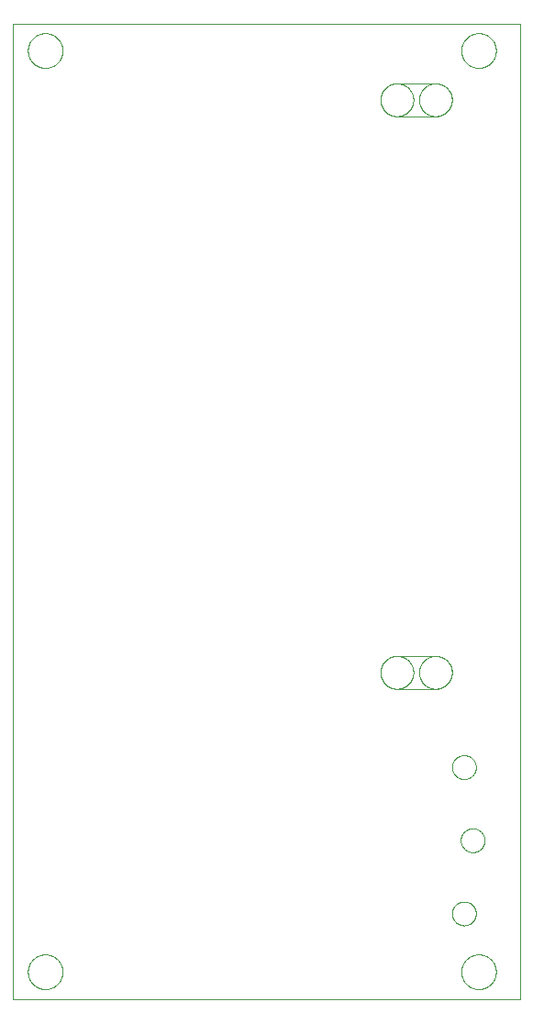
<source format=gtp>
G75*
%MOIN*%
%OFA0B0*%
%FSLAX25Y25*%
%IPPOS*%
%LPD*%
%AMOC8*
5,1,8,0,0,1.08239X$1,22.5*
%
%ADD10C,0.00000*%
%ADD11C,0.00009*%
D10*
X0001984Y0001000D02*
X0001984Y0355331D01*
X0186472Y0355331D01*
X0186472Y0001000D01*
X0001984Y0001000D01*
X0007496Y0011118D02*
X0007498Y0011276D01*
X0007504Y0011434D01*
X0007514Y0011592D01*
X0007528Y0011750D01*
X0007546Y0011907D01*
X0007567Y0012064D01*
X0007593Y0012220D01*
X0007623Y0012376D01*
X0007656Y0012531D01*
X0007694Y0012684D01*
X0007735Y0012837D01*
X0007780Y0012989D01*
X0007829Y0013140D01*
X0007882Y0013289D01*
X0007938Y0013437D01*
X0007998Y0013583D01*
X0008062Y0013728D01*
X0008130Y0013871D01*
X0008201Y0014013D01*
X0008275Y0014153D01*
X0008353Y0014290D01*
X0008435Y0014426D01*
X0008519Y0014560D01*
X0008608Y0014691D01*
X0008699Y0014820D01*
X0008794Y0014947D01*
X0008891Y0015072D01*
X0008992Y0015194D01*
X0009096Y0015313D01*
X0009203Y0015430D01*
X0009313Y0015544D01*
X0009426Y0015655D01*
X0009541Y0015764D01*
X0009659Y0015869D01*
X0009780Y0015971D01*
X0009903Y0016071D01*
X0010029Y0016167D01*
X0010157Y0016260D01*
X0010287Y0016350D01*
X0010420Y0016436D01*
X0010555Y0016520D01*
X0010691Y0016599D01*
X0010830Y0016676D01*
X0010971Y0016748D01*
X0011113Y0016818D01*
X0011257Y0016883D01*
X0011403Y0016945D01*
X0011550Y0017003D01*
X0011699Y0017058D01*
X0011849Y0017109D01*
X0012000Y0017156D01*
X0012152Y0017199D01*
X0012305Y0017238D01*
X0012460Y0017274D01*
X0012615Y0017305D01*
X0012771Y0017333D01*
X0012927Y0017357D01*
X0013084Y0017377D01*
X0013242Y0017393D01*
X0013399Y0017405D01*
X0013558Y0017413D01*
X0013716Y0017417D01*
X0013874Y0017417D01*
X0014032Y0017413D01*
X0014191Y0017405D01*
X0014348Y0017393D01*
X0014506Y0017377D01*
X0014663Y0017357D01*
X0014819Y0017333D01*
X0014975Y0017305D01*
X0015130Y0017274D01*
X0015285Y0017238D01*
X0015438Y0017199D01*
X0015590Y0017156D01*
X0015741Y0017109D01*
X0015891Y0017058D01*
X0016040Y0017003D01*
X0016187Y0016945D01*
X0016333Y0016883D01*
X0016477Y0016818D01*
X0016619Y0016748D01*
X0016760Y0016676D01*
X0016899Y0016599D01*
X0017035Y0016520D01*
X0017170Y0016436D01*
X0017303Y0016350D01*
X0017433Y0016260D01*
X0017561Y0016167D01*
X0017687Y0016071D01*
X0017810Y0015971D01*
X0017931Y0015869D01*
X0018049Y0015764D01*
X0018164Y0015655D01*
X0018277Y0015544D01*
X0018387Y0015430D01*
X0018494Y0015313D01*
X0018598Y0015194D01*
X0018699Y0015072D01*
X0018796Y0014947D01*
X0018891Y0014820D01*
X0018982Y0014691D01*
X0019071Y0014560D01*
X0019155Y0014426D01*
X0019237Y0014290D01*
X0019315Y0014153D01*
X0019389Y0014013D01*
X0019460Y0013871D01*
X0019528Y0013728D01*
X0019592Y0013583D01*
X0019652Y0013437D01*
X0019708Y0013289D01*
X0019761Y0013140D01*
X0019810Y0012989D01*
X0019855Y0012837D01*
X0019896Y0012684D01*
X0019934Y0012531D01*
X0019967Y0012376D01*
X0019997Y0012220D01*
X0020023Y0012064D01*
X0020044Y0011907D01*
X0020062Y0011750D01*
X0020076Y0011592D01*
X0020086Y0011434D01*
X0020092Y0011276D01*
X0020094Y0011118D01*
X0020092Y0010960D01*
X0020086Y0010802D01*
X0020076Y0010644D01*
X0020062Y0010486D01*
X0020044Y0010329D01*
X0020023Y0010172D01*
X0019997Y0010016D01*
X0019967Y0009860D01*
X0019934Y0009705D01*
X0019896Y0009552D01*
X0019855Y0009399D01*
X0019810Y0009247D01*
X0019761Y0009096D01*
X0019708Y0008947D01*
X0019652Y0008799D01*
X0019592Y0008653D01*
X0019528Y0008508D01*
X0019460Y0008365D01*
X0019389Y0008223D01*
X0019315Y0008083D01*
X0019237Y0007946D01*
X0019155Y0007810D01*
X0019071Y0007676D01*
X0018982Y0007545D01*
X0018891Y0007416D01*
X0018796Y0007289D01*
X0018699Y0007164D01*
X0018598Y0007042D01*
X0018494Y0006923D01*
X0018387Y0006806D01*
X0018277Y0006692D01*
X0018164Y0006581D01*
X0018049Y0006472D01*
X0017931Y0006367D01*
X0017810Y0006265D01*
X0017687Y0006165D01*
X0017561Y0006069D01*
X0017433Y0005976D01*
X0017303Y0005886D01*
X0017170Y0005800D01*
X0017035Y0005716D01*
X0016899Y0005637D01*
X0016760Y0005560D01*
X0016619Y0005488D01*
X0016477Y0005418D01*
X0016333Y0005353D01*
X0016187Y0005291D01*
X0016040Y0005233D01*
X0015891Y0005178D01*
X0015741Y0005127D01*
X0015590Y0005080D01*
X0015438Y0005037D01*
X0015285Y0004998D01*
X0015130Y0004962D01*
X0014975Y0004931D01*
X0014819Y0004903D01*
X0014663Y0004879D01*
X0014506Y0004859D01*
X0014348Y0004843D01*
X0014191Y0004831D01*
X0014032Y0004823D01*
X0013874Y0004819D01*
X0013716Y0004819D01*
X0013558Y0004823D01*
X0013399Y0004831D01*
X0013242Y0004843D01*
X0013084Y0004859D01*
X0012927Y0004879D01*
X0012771Y0004903D01*
X0012615Y0004931D01*
X0012460Y0004962D01*
X0012305Y0004998D01*
X0012152Y0005037D01*
X0012000Y0005080D01*
X0011849Y0005127D01*
X0011699Y0005178D01*
X0011550Y0005233D01*
X0011403Y0005291D01*
X0011257Y0005353D01*
X0011113Y0005418D01*
X0010971Y0005488D01*
X0010830Y0005560D01*
X0010691Y0005637D01*
X0010555Y0005716D01*
X0010420Y0005800D01*
X0010287Y0005886D01*
X0010157Y0005976D01*
X0010029Y0006069D01*
X0009903Y0006165D01*
X0009780Y0006265D01*
X0009659Y0006367D01*
X0009541Y0006472D01*
X0009426Y0006581D01*
X0009313Y0006692D01*
X0009203Y0006806D01*
X0009096Y0006923D01*
X0008992Y0007042D01*
X0008891Y0007164D01*
X0008794Y0007289D01*
X0008699Y0007416D01*
X0008608Y0007545D01*
X0008519Y0007676D01*
X0008435Y0007810D01*
X0008353Y0007946D01*
X0008275Y0008083D01*
X0008201Y0008223D01*
X0008130Y0008365D01*
X0008062Y0008508D01*
X0007998Y0008653D01*
X0007938Y0008799D01*
X0007882Y0008947D01*
X0007829Y0009096D01*
X0007780Y0009247D01*
X0007735Y0009399D01*
X0007694Y0009552D01*
X0007656Y0009705D01*
X0007623Y0009860D01*
X0007593Y0010016D01*
X0007567Y0010172D01*
X0007546Y0010329D01*
X0007528Y0010486D01*
X0007514Y0010644D01*
X0007504Y0010802D01*
X0007498Y0010960D01*
X0007496Y0011118D01*
X0135664Y0119874D02*
X0135666Y0120028D01*
X0135672Y0120182D01*
X0135682Y0120335D01*
X0135696Y0120488D01*
X0135714Y0120641D01*
X0135735Y0120793D01*
X0135761Y0120945D01*
X0135791Y0121096D01*
X0135824Y0121246D01*
X0135862Y0121395D01*
X0135903Y0121544D01*
X0135948Y0121691D01*
X0135997Y0121837D01*
X0136050Y0121981D01*
X0136106Y0122124D01*
X0136166Y0122266D01*
X0136230Y0122406D01*
X0136297Y0122544D01*
X0136368Y0122681D01*
X0136442Y0122816D01*
X0136520Y0122948D01*
X0136601Y0123079D01*
X0136686Y0123208D01*
X0136773Y0123334D01*
X0136864Y0123458D01*
X0136959Y0123579D01*
X0137056Y0123699D01*
X0137156Y0123815D01*
X0137260Y0123929D01*
X0137366Y0124040D01*
X0137475Y0124149D01*
X0137587Y0124254D01*
X0137702Y0124357D01*
X0137819Y0124457D01*
X0137939Y0124553D01*
X0138061Y0124647D01*
X0138185Y0124737D01*
X0138312Y0124824D01*
X0138441Y0124908D01*
X0138573Y0124988D01*
X0138706Y0125065D01*
X0138841Y0125138D01*
X0138978Y0125208D01*
X0139117Y0125275D01*
X0139257Y0125337D01*
X0139399Y0125396D01*
X0139543Y0125452D01*
X0139688Y0125504D01*
X0139834Y0125551D01*
X0139981Y0125596D01*
X0140130Y0125636D01*
X0140279Y0125672D01*
X0140430Y0125705D01*
X0140581Y0125734D01*
X0140733Y0125758D01*
X0140885Y0125779D01*
X0141038Y0125796D01*
X0141191Y0125809D01*
X0141345Y0125818D01*
X0141499Y0125823D01*
X0141652Y0125824D01*
X0141806Y0125821D01*
X0141960Y0125814D01*
X0142113Y0125803D01*
X0142267Y0125788D01*
X0142419Y0125769D01*
X0142571Y0125746D01*
X0142723Y0125720D01*
X0142874Y0125689D01*
X0143024Y0125655D01*
X0143173Y0125616D01*
X0143320Y0125574D01*
X0143467Y0125528D01*
X0143613Y0125478D01*
X0143757Y0125425D01*
X0143900Y0125367D01*
X0144041Y0125306D01*
X0144181Y0125242D01*
X0144319Y0125174D01*
X0144455Y0125102D01*
X0144589Y0125027D01*
X0144721Y0124948D01*
X0144851Y0124866D01*
X0144979Y0124781D01*
X0145105Y0124692D01*
X0145228Y0124600D01*
X0145349Y0124505D01*
X0145468Y0124407D01*
X0145584Y0124306D01*
X0145697Y0124202D01*
X0145808Y0124095D01*
X0145915Y0123985D01*
X0146020Y0123872D01*
X0146122Y0123757D01*
X0146221Y0123639D01*
X0146317Y0123519D01*
X0146410Y0123396D01*
X0146499Y0123271D01*
X0146585Y0123144D01*
X0146668Y0123014D01*
X0146748Y0122882D01*
X0146824Y0122749D01*
X0146896Y0122613D01*
X0146965Y0122475D01*
X0147031Y0122336D01*
X0147093Y0122195D01*
X0147151Y0122053D01*
X0147205Y0121909D01*
X0147256Y0121764D01*
X0147303Y0121617D01*
X0147346Y0121470D01*
X0147385Y0121321D01*
X0147421Y0121171D01*
X0147452Y0121021D01*
X0147480Y0120869D01*
X0147504Y0120717D01*
X0147524Y0120565D01*
X0147540Y0120412D01*
X0147552Y0120258D01*
X0147560Y0120105D01*
X0147564Y0119951D01*
X0147564Y0119797D01*
X0147560Y0119643D01*
X0147552Y0119490D01*
X0147540Y0119336D01*
X0147524Y0119183D01*
X0147504Y0119031D01*
X0147480Y0118879D01*
X0147452Y0118727D01*
X0147421Y0118577D01*
X0147385Y0118427D01*
X0147346Y0118278D01*
X0147303Y0118131D01*
X0147256Y0117984D01*
X0147205Y0117839D01*
X0147151Y0117695D01*
X0147093Y0117553D01*
X0147031Y0117412D01*
X0146965Y0117273D01*
X0146896Y0117135D01*
X0146824Y0116999D01*
X0146748Y0116866D01*
X0146668Y0116734D01*
X0146585Y0116604D01*
X0146499Y0116477D01*
X0146410Y0116352D01*
X0146317Y0116229D01*
X0146221Y0116109D01*
X0146122Y0115991D01*
X0146020Y0115876D01*
X0145915Y0115763D01*
X0145808Y0115653D01*
X0145697Y0115546D01*
X0145584Y0115442D01*
X0145468Y0115341D01*
X0145349Y0115243D01*
X0145228Y0115148D01*
X0145105Y0115056D01*
X0144979Y0114967D01*
X0144851Y0114882D01*
X0144721Y0114800D01*
X0144589Y0114721D01*
X0144455Y0114646D01*
X0144319Y0114574D01*
X0144181Y0114506D01*
X0144041Y0114442D01*
X0143900Y0114381D01*
X0143757Y0114323D01*
X0143613Y0114270D01*
X0143467Y0114220D01*
X0143320Y0114174D01*
X0143173Y0114132D01*
X0143024Y0114093D01*
X0142874Y0114059D01*
X0142723Y0114028D01*
X0142571Y0114002D01*
X0142419Y0113979D01*
X0142267Y0113960D01*
X0142113Y0113945D01*
X0141960Y0113934D01*
X0141806Y0113927D01*
X0141652Y0113924D01*
X0141499Y0113925D01*
X0141345Y0113930D01*
X0141191Y0113939D01*
X0141038Y0113952D01*
X0140885Y0113969D01*
X0140733Y0113990D01*
X0140581Y0114014D01*
X0140430Y0114043D01*
X0140279Y0114076D01*
X0140130Y0114112D01*
X0139981Y0114152D01*
X0139834Y0114197D01*
X0139688Y0114244D01*
X0139543Y0114296D01*
X0139399Y0114352D01*
X0139257Y0114411D01*
X0139117Y0114473D01*
X0138978Y0114540D01*
X0138841Y0114610D01*
X0138706Y0114683D01*
X0138573Y0114760D01*
X0138441Y0114840D01*
X0138312Y0114924D01*
X0138185Y0115011D01*
X0138061Y0115101D01*
X0137939Y0115195D01*
X0137819Y0115291D01*
X0137702Y0115391D01*
X0137587Y0115494D01*
X0137475Y0115599D01*
X0137366Y0115708D01*
X0137260Y0115819D01*
X0137156Y0115933D01*
X0137056Y0116049D01*
X0136959Y0116169D01*
X0136864Y0116290D01*
X0136773Y0116414D01*
X0136686Y0116540D01*
X0136601Y0116669D01*
X0136520Y0116800D01*
X0136442Y0116932D01*
X0136368Y0117067D01*
X0136297Y0117204D01*
X0136230Y0117342D01*
X0136166Y0117482D01*
X0136106Y0117624D01*
X0136050Y0117767D01*
X0135997Y0117911D01*
X0135948Y0118057D01*
X0135903Y0118204D01*
X0135862Y0118353D01*
X0135824Y0118502D01*
X0135791Y0118652D01*
X0135761Y0118803D01*
X0135735Y0118955D01*
X0135714Y0119107D01*
X0135696Y0119260D01*
X0135682Y0119413D01*
X0135672Y0119566D01*
X0135666Y0119720D01*
X0135664Y0119874D01*
X0141614Y0125874D02*
X0141461Y0125872D01*
X0141308Y0125866D01*
X0141155Y0125856D01*
X0141002Y0125843D01*
X0140850Y0125825D01*
X0140698Y0125804D01*
X0140547Y0125778D01*
X0140397Y0125749D01*
X0140247Y0125716D01*
X0140098Y0125679D01*
X0139950Y0125639D01*
X0139804Y0125594D01*
X0139658Y0125546D01*
X0139514Y0125494D01*
X0139371Y0125439D01*
X0139230Y0125380D01*
X0139090Y0125317D01*
X0138952Y0125251D01*
X0138815Y0125181D01*
X0138681Y0125108D01*
X0138548Y0125031D01*
X0138417Y0124951D01*
X0138289Y0124868D01*
X0138162Y0124782D01*
X0138038Y0124692D01*
X0137916Y0124599D01*
X0137797Y0124503D01*
X0137680Y0124404D01*
X0137565Y0124302D01*
X0137453Y0124197D01*
X0137344Y0124089D01*
X0137238Y0123979D01*
X0137135Y0123866D01*
X0137034Y0123750D01*
X0136937Y0123632D01*
X0136842Y0123511D01*
X0136751Y0123388D01*
X0136663Y0123263D01*
X0136578Y0123135D01*
X0136496Y0123006D01*
X0136418Y0122874D01*
X0136343Y0122740D01*
X0136271Y0122605D01*
X0136203Y0122467D01*
X0136139Y0122328D01*
X0136078Y0122188D01*
X0136021Y0122046D01*
X0135967Y0121902D01*
X0135917Y0121757D01*
X0135871Y0121611D01*
X0135828Y0121464D01*
X0135790Y0121316D01*
X0135755Y0121166D01*
X0135724Y0121016D01*
X0135696Y0120866D01*
X0135673Y0120714D01*
X0135654Y0120562D01*
X0135638Y0120410D01*
X0135626Y0120257D01*
X0135618Y0120104D01*
X0135614Y0119951D01*
X0135614Y0119797D01*
X0135618Y0119644D01*
X0135626Y0119491D01*
X0135638Y0119338D01*
X0135654Y0119186D01*
X0135673Y0119034D01*
X0135696Y0118882D01*
X0135724Y0118732D01*
X0135755Y0118582D01*
X0135790Y0118432D01*
X0135828Y0118284D01*
X0135871Y0118137D01*
X0135917Y0117991D01*
X0135967Y0117846D01*
X0136021Y0117702D01*
X0136078Y0117560D01*
X0136139Y0117420D01*
X0136203Y0117281D01*
X0136271Y0117143D01*
X0136343Y0117008D01*
X0136418Y0116874D01*
X0136496Y0116742D01*
X0136578Y0116613D01*
X0136663Y0116485D01*
X0136751Y0116360D01*
X0136842Y0116237D01*
X0136937Y0116116D01*
X0137034Y0115998D01*
X0137135Y0115882D01*
X0137238Y0115769D01*
X0137344Y0115659D01*
X0137453Y0115551D01*
X0137565Y0115446D01*
X0137680Y0115344D01*
X0137797Y0115245D01*
X0137916Y0115149D01*
X0138038Y0115056D01*
X0138162Y0114966D01*
X0138289Y0114880D01*
X0138417Y0114797D01*
X0138548Y0114717D01*
X0138681Y0114640D01*
X0138815Y0114567D01*
X0138952Y0114497D01*
X0139090Y0114431D01*
X0139230Y0114368D01*
X0139371Y0114309D01*
X0139514Y0114254D01*
X0139658Y0114202D01*
X0139804Y0114154D01*
X0139950Y0114109D01*
X0140098Y0114069D01*
X0140247Y0114032D01*
X0140397Y0113999D01*
X0140547Y0113970D01*
X0140698Y0113944D01*
X0140850Y0113923D01*
X0141002Y0113905D01*
X0141155Y0113892D01*
X0141308Y0113882D01*
X0141461Y0113876D01*
X0141614Y0113874D01*
X0149664Y0119874D02*
X0149666Y0120028D01*
X0149672Y0120182D01*
X0149682Y0120335D01*
X0149696Y0120488D01*
X0149714Y0120641D01*
X0149735Y0120793D01*
X0149761Y0120945D01*
X0149791Y0121096D01*
X0149824Y0121246D01*
X0149862Y0121395D01*
X0149903Y0121544D01*
X0149948Y0121691D01*
X0149997Y0121837D01*
X0150050Y0121981D01*
X0150106Y0122124D01*
X0150166Y0122266D01*
X0150230Y0122406D01*
X0150297Y0122544D01*
X0150368Y0122681D01*
X0150442Y0122816D01*
X0150520Y0122948D01*
X0150601Y0123079D01*
X0150686Y0123208D01*
X0150773Y0123334D01*
X0150864Y0123458D01*
X0150959Y0123579D01*
X0151056Y0123699D01*
X0151156Y0123815D01*
X0151260Y0123929D01*
X0151366Y0124040D01*
X0151475Y0124149D01*
X0151587Y0124254D01*
X0151702Y0124357D01*
X0151819Y0124457D01*
X0151939Y0124553D01*
X0152061Y0124647D01*
X0152185Y0124737D01*
X0152312Y0124824D01*
X0152441Y0124908D01*
X0152573Y0124988D01*
X0152706Y0125065D01*
X0152841Y0125138D01*
X0152978Y0125208D01*
X0153117Y0125275D01*
X0153257Y0125337D01*
X0153399Y0125396D01*
X0153543Y0125452D01*
X0153688Y0125504D01*
X0153834Y0125551D01*
X0153981Y0125596D01*
X0154130Y0125636D01*
X0154279Y0125672D01*
X0154430Y0125705D01*
X0154581Y0125734D01*
X0154733Y0125758D01*
X0154885Y0125779D01*
X0155038Y0125796D01*
X0155191Y0125809D01*
X0155345Y0125818D01*
X0155499Y0125823D01*
X0155652Y0125824D01*
X0155806Y0125821D01*
X0155960Y0125814D01*
X0156113Y0125803D01*
X0156267Y0125788D01*
X0156419Y0125769D01*
X0156571Y0125746D01*
X0156723Y0125720D01*
X0156874Y0125689D01*
X0157024Y0125655D01*
X0157173Y0125616D01*
X0157320Y0125574D01*
X0157467Y0125528D01*
X0157613Y0125478D01*
X0157757Y0125425D01*
X0157900Y0125367D01*
X0158041Y0125306D01*
X0158181Y0125242D01*
X0158319Y0125174D01*
X0158455Y0125102D01*
X0158589Y0125027D01*
X0158721Y0124948D01*
X0158851Y0124866D01*
X0158979Y0124781D01*
X0159105Y0124692D01*
X0159228Y0124600D01*
X0159349Y0124505D01*
X0159468Y0124407D01*
X0159584Y0124306D01*
X0159697Y0124202D01*
X0159808Y0124095D01*
X0159915Y0123985D01*
X0160020Y0123872D01*
X0160122Y0123757D01*
X0160221Y0123639D01*
X0160317Y0123519D01*
X0160410Y0123396D01*
X0160499Y0123271D01*
X0160585Y0123144D01*
X0160668Y0123014D01*
X0160748Y0122882D01*
X0160824Y0122749D01*
X0160896Y0122613D01*
X0160965Y0122475D01*
X0161031Y0122336D01*
X0161093Y0122195D01*
X0161151Y0122053D01*
X0161205Y0121909D01*
X0161256Y0121764D01*
X0161303Y0121617D01*
X0161346Y0121470D01*
X0161385Y0121321D01*
X0161421Y0121171D01*
X0161452Y0121021D01*
X0161480Y0120869D01*
X0161504Y0120717D01*
X0161524Y0120565D01*
X0161540Y0120412D01*
X0161552Y0120258D01*
X0161560Y0120105D01*
X0161564Y0119951D01*
X0161564Y0119797D01*
X0161560Y0119643D01*
X0161552Y0119490D01*
X0161540Y0119336D01*
X0161524Y0119183D01*
X0161504Y0119031D01*
X0161480Y0118879D01*
X0161452Y0118727D01*
X0161421Y0118577D01*
X0161385Y0118427D01*
X0161346Y0118278D01*
X0161303Y0118131D01*
X0161256Y0117984D01*
X0161205Y0117839D01*
X0161151Y0117695D01*
X0161093Y0117553D01*
X0161031Y0117412D01*
X0160965Y0117273D01*
X0160896Y0117135D01*
X0160824Y0116999D01*
X0160748Y0116866D01*
X0160668Y0116734D01*
X0160585Y0116604D01*
X0160499Y0116477D01*
X0160410Y0116352D01*
X0160317Y0116229D01*
X0160221Y0116109D01*
X0160122Y0115991D01*
X0160020Y0115876D01*
X0159915Y0115763D01*
X0159808Y0115653D01*
X0159697Y0115546D01*
X0159584Y0115442D01*
X0159468Y0115341D01*
X0159349Y0115243D01*
X0159228Y0115148D01*
X0159105Y0115056D01*
X0158979Y0114967D01*
X0158851Y0114882D01*
X0158721Y0114800D01*
X0158589Y0114721D01*
X0158455Y0114646D01*
X0158319Y0114574D01*
X0158181Y0114506D01*
X0158041Y0114442D01*
X0157900Y0114381D01*
X0157757Y0114323D01*
X0157613Y0114270D01*
X0157467Y0114220D01*
X0157320Y0114174D01*
X0157173Y0114132D01*
X0157024Y0114093D01*
X0156874Y0114059D01*
X0156723Y0114028D01*
X0156571Y0114002D01*
X0156419Y0113979D01*
X0156267Y0113960D01*
X0156113Y0113945D01*
X0155960Y0113934D01*
X0155806Y0113927D01*
X0155652Y0113924D01*
X0155499Y0113925D01*
X0155345Y0113930D01*
X0155191Y0113939D01*
X0155038Y0113952D01*
X0154885Y0113969D01*
X0154733Y0113990D01*
X0154581Y0114014D01*
X0154430Y0114043D01*
X0154279Y0114076D01*
X0154130Y0114112D01*
X0153981Y0114152D01*
X0153834Y0114197D01*
X0153688Y0114244D01*
X0153543Y0114296D01*
X0153399Y0114352D01*
X0153257Y0114411D01*
X0153117Y0114473D01*
X0152978Y0114540D01*
X0152841Y0114610D01*
X0152706Y0114683D01*
X0152573Y0114760D01*
X0152441Y0114840D01*
X0152312Y0114924D01*
X0152185Y0115011D01*
X0152061Y0115101D01*
X0151939Y0115195D01*
X0151819Y0115291D01*
X0151702Y0115391D01*
X0151587Y0115494D01*
X0151475Y0115599D01*
X0151366Y0115708D01*
X0151260Y0115819D01*
X0151156Y0115933D01*
X0151056Y0116049D01*
X0150959Y0116169D01*
X0150864Y0116290D01*
X0150773Y0116414D01*
X0150686Y0116540D01*
X0150601Y0116669D01*
X0150520Y0116800D01*
X0150442Y0116932D01*
X0150368Y0117067D01*
X0150297Y0117204D01*
X0150230Y0117342D01*
X0150166Y0117482D01*
X0150106Y0117624D01*
X0150050Y0117767D01*
X0149997Y0117911D01*
X0149948Y0118057D01*
X0149903Y0118204D01*
X0149862Y0118353D01*
X0149824Y0118502D01*
X0149791Y0118652D01*
X0149761Y0118803D01*
X0149735Y0118955D01*
X0149714Y0119107D01*
X0149696Y0119260D01*
X0149682Y0119413D01*
X0149672Y0119566D01*
X0149666Y0119720D01*
X0149664Y0119874D01*
X0155614Y0113874D02*
X0155767Y0113876D01*
X0155920Y0113882D01*
X0156073Y0113892D01*
X0156226Y0113905D01*
X0156378Y0113923D01*
X0156530Y0113944D01*
X0156681Y0113970D01*
X0156831Y0113999D01*
X0156981Y0114032D01*
X0157130Y0114069D01*
X0157278Y0114109D01*
X0157424Y0114154D01*
X0157570Y0114202D01*
X0157714Y0114254D01*
X0157857Y0114309D01*
X0157998Y0114368D01*
X0158138Y0114431D01*
X0158276Y0114497D01*
X0158413Y0114567D01*
X0158547Y0114640D01*
X0158680Y0114717D01*
X0158811Y0114797D01*
X0158939Y0114880D01*
X0159066Y0114966D01*
X0159190Y0115056D01*
X0159312Y0115149D01*
X0159431Y0115245D01*
X0159548Y0115344D01*
X0159663Y0115446D01*
X0159775Y0115551D01*
X0159884Y0115659D01*
X0159990Y0115769D01*
X0160093Y0115882D01*
X0160194Y0115998D01*
X0160291Y0116116D01*
X0160386Y0116237D01*
X0160477Y0116360D01*
X0160565Y0116485D01*
X0160650Y0116613D01*
X0160732Y0116742D01*
X0160810Y0116874D01*
X0160885Y0117008D01*
X0160957Y0117143D01*
X0161025Y0117281D01*
X0161089Y0117420D01*
X0161150Y0117560D01*
X0161207Y0117702D01*
X0161261Y0117846D01*
X0161311Y0117991D01*
X0161357Y0118137D01*
X0161400Y0118284D01*
X0161438Y0118432D01*
X0161473Y0118582D01*
X0161504Y0118732D01*
X0161532Y0118882D01*
X0161555Y0119034D01*
X0161574Y0119186D01*
X0161590Y0119338D01*
X0161602Y0119491D01*
X0161610Y0119644D01*
X0161614Y0119797D01*
X0161614Y0119951D01*
X0161610Y0120104D01*
X0161602Y0120257D01*
X0161590Y0120410D01*
X0161574Y0120562D01*
X0161555Y0120714D01*
X0161532Y0120866D01*
X0161504Y0121016D01*
X0161473Y0121166D01*
X0161438Y0121316D01*
X0161400Y0121464D01*
X0161357Y0121611D01*
X0161311Y0121757D01*
X0161261Y0121902D01*
X0161207Y0122046D01*
X0161150Y0122188D01*
X0161089Y0122328D01*
X0161025Y0122467D01*
X0160957Y0122605D01*
X0160885Y0122740D01*
X0160810Y0122874D01*
X0160732Y0123006D01*
X0160650Y0123135D01*
X0160565Y0123263D01*
X0160477Y0123388D01*
X0160386Y0123511D01*
X0160291Y0123632D01*
X0160194Y0123750D01*
X0160093Y0123866D01*
X0159990Y0123979D01*
X0159884Y0124089D01*
X0159775Y0124197D01*
X0159663Y0124302D01*
X0159548Y0124404D01*
X0159431Y0124503D01*
X0159312Y0124599D01*
X0159190Y0124692D01*
X0159066Y0124782D01*
X0158939Y0124868D01*
X0158811Y0124951D01*
X0158680Y0125031D01*
X0158547Y0125108D01*
X0158413Y0125181D01*
X0158276Y0125251D01*
X0158138Y0125317D01*
X0157998Y0125380D01*
X0157857Y0125439D01*
X0157714Y0125494D01*
X0157570Y0125546D01*
X0157424Y0125594D01*
X0157278Y0125639D01*
X0157130Y0125679D01*
X0156981Y0125716D01*
X0156831Y0125749D01*
X0156681Y0125778D01*
X0156530Y0125804D01*
X0156378Y0125825D01*
X0156226Y0125843D01*
X0156073Y0125856D01*
X0155920Y0125866D01*
X0155767Y0125872D01*
X0155614Y0125874D01*
X0161630Y0085449D02*
X0161632Y0085580D01*
X0161638Y0085712D01*
X0161648Y0085843D01*
X0161662Y0085974D01*
X0161680Y0086104D01*
X0161702Y0086233D01*
X0161727Y0086362D01*
X0161757Y0086490D01*
X0161791Y0086617D01*
X0161828Y0086744D01*
X0161869Y0086868D01*
X0161914Y0086992D01*
X0161963Y0087114D01*
X0162015Y0087235D01*
X0162071Y0087353D01*
X0162131Y0087471D01*
X0162194Y0087586D01*
X0162261Y0087699D01*
X0162331Y0087811D01*
X0162404Y0087920D01*
X0162480Y0088026D01*
X0162560Y0088131D01*
X0162643Y0088233D01*
X0162729Y0088332D01*
X0162818Y0088429D01*
X0162910Y0088523D01*
X0163005Y0088614D01*
X0163102Y0088703D01*
X0163202Y0088788D01*
X0163305Y0088870D01*
X0163410Y0088949D01*
X0163517Y0089025D01*
X0163627Y0089097D01*
X0163739Y0089166D01*
X0163853Y0089232D01*
X0163968Y0089294D01*
X0164086Y0089353D01*
X0164205Y0089408D01*
X0164326Y0089460D01*
X0164449Y0089507D01*
X0164573Y0089551D01*
X0164698Y0089592D01*
X0164824Y0089628D01*
X0164952Y0089661D01*
X0165080Y0089689D01*
X0165209Y0089714D01*
X0165339Y0089735D01*
X0165469Y0089752D01*
X0165600Y0089765D01*
X0165731Y0089774D01*
X0165862Y0089779D01*
X0165994Y0089780D01*
X0166125Y0089777D01*
X0166257Y0089770D01*
X0166388Y0089759D01*
X0166518Y0089744D01*
X0166648Y0089725D01*
X0166778Y0089702D01*
X0166906Y0089676D01*
X0167034Y0089645D01*
X0167161Y0089610D01*
X0167287Y0089572D01*
X0167411Y0089530D01*
X0167535Y0089484D01*
X0167656Y0089434D01*
X0167776Y0089381D01*
X0167895Y0089324D01*
X0168012Y0089264D01*
X0168126Y0089200D01*
X0168239Y0089132D01*
X0168350Y0089061D01*
X0168459Y0088987D01*
X0168565Y0088910D01*
X0168669Y0088829D01*
X0168770Y0088746D01*
X0168869Y0088659D01*
X0168965Y0088569D01*
X0169058Y0088476D01*
X0169149Y0088381D01*
X0169236Y0088283D01*
X0169321Y0088182D01*
X0169402Y0088079D01*
X0169480Y0087973D01*
X0169555Y0087865D01*
X0169627Y0087755D01*
X0169695Y0087643D01*
X0169760Y0087529D01*
X0169821Y0087412D01*
X0169879Y0087294D01*
X0169933Y0087174D01*
X0169984Y0087053D01*
X0170031Y0086930D01*
X0170074Y0086806D01*
X0170113Y0086681D01*
X0170149Y0086554D01*
X0170180Y0086426D01*
X0170208Y0086298D01*
X0170232Y0086169D01*
X0170252Y0086039D01*
X0170268Y0085908D01*
X0170280Y0085777D01*
X0170288Y0085646D01*
X0170292Y0085515D01*
X0170292Y0085383D01*
X0170288Y0085252D01*
X0170280Y0085121D01*
X0170268Y0084990D01*
X0170252Y0084859D01*
X0170232Y0084729D01*
X0170208Y0084600D01*
X0170180Y0084472D01*
X0170149Y0084344D01*
X0170113Y0084217D01*
X0170074Y0084092D01*
X0170031Y0083968D01*
X0169984Y0083845D01*
X0169933Y0083724D01*
X0169879Y0083604D01*
X0169821Y0083486D01*
X0169760Y0083369D01*
X0169695Y0083255D01*
X0169627Y0083143D01*
X0169555Y0083033D01*
X0169480Y0082925D01*
X0169402Y0082819D01*
X0169321Y0082716D01*
X0169236Y0082615D01*
X0169149Y0082517D01*
X0169058Y0082422D01*
X0168965Y0082329D01*
X0168869Y0082239D01*
X0168770Y0082152D01*
X0168669Y0082069D01*
X0168565Y0081988D01*
X0168459Y0081911D01*
X0168350Y0081837D01*
X0168239Y0081766D01*
X0168127Y0081698D01*
X0168012Y0081634D01*
X0167895Y0081574D01*
X0167776Y0081517D01*
X0167656Y0081464D01*
X0167535Y0081414D01*
X0167411Y0081368D01*
X0167287Y0081326D01*
X0167161Y0081288D01*
X0167034Y0081253D01*
X0166906Y0081222D01*
X0166778Y0081196D01*
X0166648Y0081173D01*
X0166518Y0081154D01*
X0166388Y0081139D01*
X0166257Y0081128D01*
X0166125Y0081121D01*
X0165994Y0081118D01*
X0165862Y0081119D01*
X0165731Y0081124D01*
X0165600Y0081133D01*
X0165469Y0081146D01*
X0165339Y0081163D01*
X0165209Y0081184D01*
X0165080Y0081209D01*
X0164952Y0081237D01*
X0164824Y0081270D01*
X0164698Y0081306D01*
X0164573Y0081347D01*
X0164449Y0081391D01*
X0164326Y0081438D01*
X0164205Y0081490D01*
X0164086Y0081545D01*
X0163968Y0081604D01*
X0163853Y0081666D01*
X0163739Y0081732D01*
X0163627Y0081801D01*
X0163517Y0081873D01*
X0163410Y0081949D01*
X0163305Y0082028D01*
X0163202Y0082110D01*
X0163102Y0082195D01*
X0163005Y0082284D01*
X0162910Y0082375D01*
X0162818Y0082469D01*
X0162729Y0082566D01*
X0162643Y0082665D01*
X0162560Y0082767D01*
X0162480Y0082872D01*
X0162404Y0082978D01*
X0162331Y0083087D01*
X0162261Y0083199D01*
X0162194Y0083312D01*
X0162131Y0083427D01*
X0162071Y0083545D01*
X0162015Y0083663D01*
X0161963Y0083784D01*
X0161914Y0083906D01*
X0161869Y0084030D01*
X0161828Y0084154D01*
X0161791Y0084281D01*
X0161757Y0084408D01*
X0161727Y0084536D01*
X0161702Y0084665D01*
X0161680Y0084794D01*
X0161662Y0084924D01*
X0161648Y0085055D01*
X0161638Y0085186D01*
X0161632Y0085318D01*
X0161630Y0085449D01*
X0164779Y0058874D02*
X0164781Y0059005D01*
X0164787Y0059137D01*
X0164797Y0059268D01*
X0164811Y0059399D01*
X0164829Y0059529D01*
X0164851Y0059658D01*
X0164876Y0059787D01*
X0164906Y0059915D01*
X0164940Y0060042D01*
X0164977Y0060169D01*
X0165018Y0060293D01*
X0165063Y0060417D01*
X0165112Y0060539D01*
X0165164Y0060660D01*
X0165220Y0060778D01*
X0165280Y0060896D01*
X0165343Y0061011D01*
X0165410Y0061124D01*
X0165480Y0061236D01*
X0165553Y0061345D01*
X0165629Y0061451D01*
X0165709Y0061556D01*
X0165792Y0061658D01*
X0165878Y0061757D01*
X0165967Y0061854D01*
X0166059Y0061948D01*
X0166154Y0062039D01*
X0166251Y0062128D01*
X0166351Y0062213D01*
X0166454Y0062295D01*
X0166559Y0062374D01*
X0166666Y0062450D01*
X0166776Y0062522D01*
X0166888Y0062591D01*
X0167002Y0062657D01*
X0167117Y0062719D01*
X0167235Y0062778D01*
X0167354Y0062833D01*
X0167475Y0062885D01*
X0167598Y0062932D01*
X0167722Y0062976D01*
X0167847Y0063017D01*
X0167973Y0063053D01*
X0168101Y0063086D01*
X0168229Y0063114D01*
X0168358Y0063139D01*
X0168488Y0063160D01*
X0168618Y0063177D01*
X0168749Y0063190D01*
X0168880Y0063199D01*
X0169011Y0063204D01*
X0169143Y0063205D01*
X0169274Y0063202D01*
X0169406Y0063195D01*
X0169537Y0063184D01*
X0169667Y0063169D01*
X0169797Y0063150D01*
X0169927Y0063127D01*
X0170055Y0063101D01*
X0170183Y0063070D01*
X0170310Y0063035D01*
X0170436Y0062997D01*
X0170560Y0062955D01*
X0170684Y0062909D01*
X0170805Y0062859D01*
X0170925Y0062806D01*
X0171044Y0062749D01*
X0171161Y0062689D01*
X0171275Y0062625D01*
X0171388Y0062557D01*
X0171499Y0062486D01*
X0171608Y0062412D01*
X0171714Y0062335D01*
X0171818Y0062254D01*
X0171919Y0062171D01*
X0172018Y0062084D01*
X0172114Y0061994D01*
X0172207Y0061901D01*
X0172298Y0061806D01*
X0172385Y0061708D01*
X0172470Y0061607D01*
X0172551Y0061504D01*
X0172629Y0061398D01*
X0172704Y0061290D01*
X0172776Y0061180D01*
X0172844Y0061068D01*
X0172909Y0060954D01*
X0172970Y0060837D01*
X0173028Y0060719D01*
X0173082Y0060599D01*
X0173133Y0060478D01*
X0173180Y0060355D01*
X0173223Y0060231D01*
X0173262Y0060106D01*
X0173298Y0059979D01*
X0173329Y0059851D01*
X0173357Y0059723D01*
X0173381Y0059594D01*
X0173401Y0059464D01*
X0173417Y0059333D01*
X0173429Y0059202D01*
X0173437Y0059071D01*
X0173441Y0058940D01*
X0173441Y0058808D01*
X0173437Y0058677D01*
X0173429Y0058546D01*
X0173417Y0058415D01*
X0173401Y0058284D01*
X0173381Y0058154D01*
X0173357Y0058025D01*
X0173329Y0057897D01*
X0173298Y0057769D01*
X0173262Y0057642D01*
X0173223Y0057517D01*
X0173180Y0057393D01*
X0173133Y0057270D01*
X0173082Y0057149D01*
X0173028Y0057029D01*
X0172970Y0056911D01*
X0172909Y0056794D01*
X0172844Y0056680D01*
X0172776Y0056568D01*
X0172704Y0056458D01*
X0172629Y0056350D01*
X0172551Y0056244D01*
X0172470Y0056141D01*
X0172385Y0056040D01*
X0172298Y0055942D01*
X0172207Y0055847D01*
X0172114Y0055754D01*
X0172018Y0055664D01*
X0171919Y0055577D01*
X0171818Y0055494D01*
X0171714Y0055413D01*
X0171608Y0055336D01*
X0171499Y0055262D01*
X0171388Y0055191D01*
X0171276Y0055123D01*
X0171161Y0055059D01*
X0171044Y0054999D01*
X0170925Y0054942D01*
X0170805Y0054889D01*
X0170684Y0054839D01*
X0170560Y0054793D01*
X0170436Y0054751D01*
X0170310Y0054713D01*
X0170183Y0054678D01*
X0170055Y0054647D01*
X0169927Y0054621D01*
X0169797Y0054598D01*
X0169667Y0054579D01*
X0169537Y0054564D01*
X0169406Y0054553D01*
X0169274Y0054546D01*
X0169143Y0054543D01*
X0169011Y0054544D01*
X0168880Y0054549D01*
X0168749Y0054558D01*
X0168618Y0054571D01*
X0168488Y0054588D01*
X0168358Y0054609D01*
X0168229Y0054634D01*
X0168101Y0054662D01*
X0167973Y0054695D01*
X0167847Y0054731D01*
X0167722Y0054772D01*
X0167598Y0054816D01*
X0167475Y0054863D01*
X0167354Y0054915D01*
X0167235Y0054970D01*
X0167117Y0055029D01*
X0167002Y0055091D01*
X0166888Y0055157D01*
X0166776Y0055226D01*
X0166666Y0055298D01*
X0166559Y0055374D01*
X0166454Y0055453D01*
X0166351Y0055535D01*
X0166251Y0055620D01*
X0166154Y0055709D01*
X0166059Y0055800D01*
X0165967Y0055894D01*
X0165878Y0055991D01*
X0165792Y0056090D01*
X0165709Y0056192D01*
X0165629Y0056297D01*
X0165553Y0056403D01*
X0165480Y0056512D01*
X0165410Y0056624D01*
X0165343Y0056737D01*
X0165280Y0056852D01*
X0165220Y0056970D01*
X0165164Y0057088D01*
X0165112Y0057209D01*
X0165063Y0057331D01*
X0165018Y0057455D01*
X0164977Y0057579D01*
X0164940Y0057706D01*
X0164906Y0057833D01*
X0164876Y0057961D01*
X0164851Y0058090D01*
X0164829Y0058219D01*
X0164811Y0058349D01*
X0164797Y0058480D01*
X0164787Y0058611D01*
X0164781Y0058743D01*
X0164779Y0058874D01*
X0161630Y0032299D02*
X0161632Y0032430D01*
X0161638Y0032562D01*
X0161648Y0032693D01*
X0161662Y0032824D01*
X0161680Y0032954D01*
X0161702Y0033083D01*
X0161727Y0033212D01*
X0161757Y0033340D01*
X0161791Y0033467D01*
X0161828Y0033594D01*
X0161869Y0033718D01*
X0161914Y0033842D01*
X0161963Y0033964D01*
X0162015Y0034085D01*
X0162071Y0034203D01*
X0162131Y0034321D01*
X0162194Y0034436D01*
X0162261Y0034549D01*
X0162331Y0034661D01*
X0162404Y0034770D01*
X0162480Y0034876D01*
X0162560Y0034981D01*
X0162643Y0035083D01*
X0162729Y0035182D01*
X0162818Y0035279D01*
X0162910Y0035373D01*
X0163005Y0035464D01*
X0163102Y0035553D01*
X0163202Y0035638D01*
X0163305Y0035720D01*
X0163410Y0035799D01*
X0163517Y0035875D01*
X0163627Y0035947D01*
X0163739Y0036016D01*
X0163853Y0036082D01*
X0163968Y0036144D01*
X0164086Y0036203D01*
X0164205Y0036258D01*
X0164326Y0036310D01*
X0164449Y0036357D01*
X0164573Y0036401D01*
X0164698Y0036442D01*
X0164824Y0036478D01*
X0164952Y0036511D01*
X0165080Y0036539D01*
X0165209Y0036564D01*
X0165339Y0036585D01*
X0165469Y0036602D01*
X0165600Y0036615D01*
X0165731Y0036624D01*
X0165862Y0036629D01*
X0165994Y0036630D01*
X0166125Y0036627D01*
X0166257Y0036620D01*
X0166388Y0036609D01*
X0166518Y0036594D01*
X0166648Y0036575D01*
X0166778Y0036552D01*
X0166906Y0036526D01*
X0167034Y0036495D01*
X0167161Y0036460D01*
X0167287Y0036422D01*
X0167411Y0036380D01*
X0167535Y0036334D01*
X0167656Y0036284D01*
X0167776Y0036231D01*
X0167895Y0036174D01*
X0168012Y0036114D01*
X0168126Y0036050D01*
X0168239Y0035982D01*
X0168350Y0035911D01*
X0168459Y0035837D01*
X0168565Y0035760D01*
X0168669Y0035679D01*
X0168770Y0035596D01*
X0168869Y0035509D01*
X0168965Y0035419D01*
X0169058Y0035326D01*
X0169149Y0035231D01*
X0169236Y0035133D01*
X0169321Y0035032D01*
X0169402Y0034929D01*
X0169480Y0034823D01*
X0169555Y0034715D01*
X0169627Y0034605D01*
X0169695Y0034493D01*
X0169760Y0034379D01*
X0169821Y0034262D01*
X0169879Y0034144D01*
X0169933Y0034024D01*
X0169984Y0033903D01*
X0170031Y0033780D01*
X0170074Y0033656D01*
X0170113Y0033531D01*
X0170149Y0033404D01*
X0170180Y0033276D01*
X0170208Y0033148D01*
X0170232Y0033019D01*
X0170252Y0032889D01*
X0170268Y0032758D01*
X0170280Y0032627D01*
X0170288Y0032496D01*
X0170292Y0032365D01*
X0170292Y0032233D01*
X0170288Y0032102D01*
X0170280Y0031971D01*
X0170268Y0031840D01*
X0170252Y0031709D01*
X0170232Y0031579D01*
X0170208Y0031450D01*
X0170180Y0031322D01*
X0170149Y0031194D01*
X0170113Y0031067D01*
X0170074Y0030942D01*
X0170031Y0030818D01*
X0169984Y0030695D01*
X0169933Y0030574D01*
X0169879Y0030454D01*
X0169821Y0030336D01*
X0169760Y0030219D01*
X0169695Y0030105D01*
X0169627Y0029993D01*
X0169555Y0029883D01*
X0169480Y0029775D01*
X0169402Y0029669D01*
X0169321Y0029566D01*
X0169236Y0029465D01*
X0169149Y0029367D01*
X0169058Y0029272D01*
X0168965Y0029179D01*
X0168869Y0029089D01*
X0168770Y0029002D01*
X0168669Y0028919D01*
X0168565Y0028838D01*
X0168459Y0028761D01*
X0168350Y0028687D01*
X0168239Y0028616D01*
X0168127Y0028548D01*
X0168012Y0028484D01*
X0167895Y0028424D01*
X0167776Y0028367D01*
X0167656Y0028314D01*
X0167535Y0028264D01*
X0167411Y0028218D01*
X0167287Y0028176D01*
X0167161Y0028138D01*
X0167034Y0028103D01*
X0166906Y0028072D01*
X0166778Y0028046D01*
X0166648Y0028023D01*
X0166518Y0028004D01*
X0166388Y0027989D01*
X0166257Y0027978D01*
X0166125Y0027971D01*
X0165994Y0027968D01*
X0165862Y0027969D01*
X0165731Y0027974D01*
X0165600Y0027983D01*
X0165469Y0027996D01*
X0165339Y0028013D01*
X0165209Y0028034D01*
X0165080Y0028059D01*
X0164952Y0028087D01*
X0164824Y0028120D01*
X0164698Y0028156D01*
X0164573Y0028197D01*
X0164449Y0028241D01*
X0164326Y0028288D01*
X0164205Y0028340D01*
X0164086Y0028395D01*
X0163968Y0028454D01*
X0163853Y0028516D01*
X0163739Y0028582D01*
X0163627Y0028651D01*
X0163517Y0028723D01*
X0163410Y0028799D01*
X0163305Y0028878D01*
X0163202Y0028960D01*
X0163102Y0029045D01*
X0163005Y0029134D01*
X0162910Y0029225D01*
X0162818Y0029319D01*
X0162729Y0029416D01*
X0162643Y0029515D01*
X0162560Y0029617D01*
X0162480Y0029722D01*
X0162404Y0029828D01*
X0162331Y0029937D01*
X0162261Y0030049D01*
X0162194Y0030162D01*
X0162131Y0030277D01*
X0162071Y0030395D01*
X0162015Y0030513D01*
X0161963Y0030634D01*
X0161914Y0030756D01*
X0161869Y0030880D01*
X0161828Y0031004D01*
X0161791Y0031131D01*
X0161757Y0031258D01*
X0161727Y0031386D01*
X0161702Y0031515D01*
X0161680Y0031644D01*
X0161662Y0031774D01*
X0161648Y0031905D01*
X0161638Y0032036D01*
X0161632Y0032168D01*
X0161630Y0032299D01*
X0164977Y0011118D02*
X0164979Y0011276D01*
X0164985Y0011434D01*
X0164995Y0011592D01*
X0165009Y0011750D01*
X0165027Y0011907D01*
X0165048Y0012064D01*
X0165074Y0012220D01*
X0165104Y0012376D01*
X0165137Y0012531D01*
X0165175Y0012684D01*
X0165216Y0012837D01*
X0165261Y0012989D01*
X0165310Y0013140D01*
X0165363Y0013289D01*
X0165419Y0013437D01*
X0165479Y0013583D01*
X0165543Y0013728D01*
X0165611Y0013871D01*
X0165682Y0014013D01*
X0165756Y0014153D01*
X0165834Y0014290D01*
X0165916Y0014426D01*
X0166000Y0014560D01*
X0166089Y0014691D01*
X0166180Y0014820D01*
X0166275Y0014947D01*
X0166372Y0015072D01*
X0166473Y0015194D01*
X0166577Y0015313D01*
X0166684Y0015430D01*
X0166794Y0015544D01*
X0166907Y0015655D01*
X0167022Y0015764D01*
X0167140Y0015869D01*
X0167261Y0015971D01*
X0167384Y0016071D01*
X0167510Y0016167D01*
X0167638Y0016260D01*
X0167768Y0016350D01*
X0167901Y0016436D01*
X0168036Y0016520D01*
X0168172Y0016599D01*
X0168311Y0016676D01*
X0168452Y0016748D01*
X0168594Y0016818D01*
X0168738Y0016883D01*
X0168884Y0016945D01*
X0169031Y0017003D01*
X0169180Y0017058D01*
X0169330Y0017109D01*
X0169481Y0017156D01*
X0169633Y0017199D01*
X0169786Y0017238D01*
X0169941Y0017274D01*
X0170096Y0017305D01*
X0170252Y0017333D01*
X0170408Y0017357D01*
X0170565Y0017377D01*
X0170723Y0017393D01*
X0170880Y0017405D01*
X0171039Y0017413D01*
X0171197Y0017417D01*
X0171355Y0017417D01*
X0171513Y0017413D01*
X0171672Y0017405D01*
X0171829Y0017393D01*
X0171987Y0017377D01*
X0172144Y0017357D01*
X0172300Y0017333D01*
X0172456Y0017305D01*
X0172611Y0017274D01*
X0172766Y0017238D01*
X0172919Y0017199D01*
X0173071Y0017156D01*
X0173222Y0017109D01*
X0173372Y0017058D01*
X0173521Y0017003D01*
X0173668Y0016945D01*
X0173814Y0016883D01*
X0173958Y0016818D01*
X0174100Y0016748D01*
X0174241Y0016676D01*
X0174380Y0016599D01*
X0174516Y0016520D01*
X0174651Y0016436D01*
X0174784Y0016350D01*
X0174914Y0016260D01*
X0175042Y0016167D01*
X0175168Y0016071D01*
X0175291Y0015971D01*
X0175412Y0015869D01*
X0175530Y0015764D01*
X0175645Y0015655D01*
X0175758Y0015544D01*
X0175868Y0015430D01*
X0175975Y0015313D01*
X0176079Y0015194D01*
X0176180Y0015072D01*
X0176277Y0014947D01*
X0176372Y0014820D01*
X0176463Y0014691D01*
X0176552Y0014560D01*
X0176636Y0014426D01*
X0176718Y0014290D01*
X0176796Y0014153D01*
X0176870Y0014013D01*
X0176941Y0013871D01*
X0177009Y0013728D01*
X0177073Y0013583D01*
X0177133Y0013437D01*
X0177189Y0013289D01*
X0177242Y0013140D01*
X0177291Y0012989D01*
X0177336Y0012837D01*
X0177377Y0012684D01*
X0177415Y0012531D01*
X0177448Y0012376D01*
X0177478Y0012220D01*
X0177504Y0012064D01*
X0177525Y0011907D01*
X0177543Y0011750D01*
X0177557Y0011592D01*
X0177567Y0011434D01*
X0177573Y0011276D01*
X0177575Y0011118D01*
X0177573Y0010960D01*
X0177567Y0010802D01*
X0177557Y0010644D01*
X0177543Y0010486D01*
X0177525Y0010329D01*
X0177504Y0010172D01*
X0177478Y0010016D01*
X0177448Y0009860D01*
X0177415Y0009705D01*
X0177377Y0009552D01*
X0177336Y0009399D01*
X0177291Y0009247D01*
X0177242Y0009096D01*
X0177189Y0008947D01*
X0177133Y0008799D01*
X0177073Y0008653D01*
X0177009Y0008508D01*
X0176941Y0008365D01*
X0176870Y0008223D01*
X0176796Y0008083D01*
X0176718Y0007946D01*
X0176636Y0007810D01*
X0176552Y0007676D01*
X0176463Y0007545D01*
X0176372Y0007416D01*
X0176277Y0007289D01*
X0176180Y0007164D01*
X0176079Y0007042D01*
X0175975Y0006923D01*
X0175868Y0006806D01*
X0175758Y0006692D01*
X0175645Y0006581D01*
X0175530Y0006472D01*
X0175412Y0006367D01*
X0175291Y0006265D01*
X0175168Y0006165D01*
X0175042Y0006069D01*
X0174914Y0005976D01*
X0174784Y0005886D01*
X0174651Y0005800D01*
X0174516Y0005716D01*
X0174380Y0005637D01*
X0174241Y0005560D01*
X0174100Y0005488D01*
X0173958Y0005418D01*
X0173814Y0005353D01*
X0173668Y0005291D01*
X0173521Y0005233D01*
X0173372Y0005178D01*
X0173222Y0005127D01*
X0173071Y0005080D01*
X0172919Y0005037D01*
X0172766Y0004998D01*
X0172611Y0004962D01*
X0172456Y0004931D01*
X0172300Y0004903D01*
X0172144Y0004879D01*
X0171987Y0004859D01*
X0171829Y0004843D01*
X0171672Y0004831D01*
X0171513Y0004823D01*
X0171355Y0004819D01*
X0171197Y0004819D01*
X0171039Y0004823D01*
X0170880Y0004831D01*
X0170723Y0004843D01*
X0170565Y0004859D01*
X0170408Y0004879D01*
X0170252Y0004903D01*
X0170096Y0004931D01*
X0169941Y0004962D01*
X0169786Y0004998D01*
X0169633Y0005037D01*
X0169481Y0005080D01*
X0169330Y0005127D01*
X0169180Y0005178D01*
X0169031Y0005233D01*
X0168884Y0005291D01*
X0168738Y0005353D01*
X0168594Y0005418D01*
X0168452Y0005488D01*
X0168311Y0005560D01*
X0168172Y0005637D01*
X0168036Y0005716D01*
X0167901Y0005800D01*
X0167768Y0005886D01*
X0167638Y0005976D01*
X0167510Y0006069D01*
X0167384Y0006165D01*
X0167261Y0006265D01*
X0167140Y0006367D01*
X0167022Y0006472D01*
X0166907Y0006581D01*
X0166794Y0006692D01*
X0166684Y0006806D01*
X0166577Y0006923D01*
X0166473Y0007042D01*
X0166372Y0007164D01*
X0166275Y0007289D01*
X0166180Y0007416D01*
X0166089Y0007545D01*
X0166000Y0007676D01*
X0165916Y0007810D01*
X0165834Y0007946D01*
X0165756Y0008083D01*
X0165682Y0008223D01*
X0165611Y0008365D01*
X0165543Y0008508D01*
X0165479Y0008653D01*
X0165419Y0008799D01*
X0165363Y0008947D01*
X0165310Y0009096D01*
X0165261Y0009247D01*
X0165216Y0009399D01*
X0165175Y0009552D01*
X0165137Y0009705D01*
X0165104Y0009860D01*
X0165074Y0010016D01*
X0165048Y0010172D01*
X0165027Y0010329D01*
X0165009Y0010486D01*
X0164995Y0010644D01*
X0164985Y0010802D01*
X0164979Y0010960D01*
X0164977Y0011118D01*
X0149664Y0327874D02*
X0149666Y0328028D01*
X0149672Y0328182D01*
X0149682Y0328335D01*
X0149696Y0328488D01*
X0149714Y0328641D01*
X0149735Y0328793D01*
X0149761Y0328945D01*
X0149791Y0329096D01*
X0149824Y0329246D01*
X0149862Y0329395D01*
X0149903Y0329544D01*
X0149948Y0329691D01*
X0149997Y0329837D01*
X0150050Y0329981D01*
X0150106Y0330124D01*
X0150166Y0330266D01*
X0150230Y0330406D01*
X0150297Y0330544D01*
X0150368Y0330681D01*
X0150442Y0330816D01*
X0150520Y0330948D01*
X0150601Y0331079D01*
X0150686Y0331208D01*
X0150773Y0331334D01*
X0150864Y0331458D01*
X0150959Y0331579D01*
X0151056Y0331699D01*
X0151156Y0331815D01*
X0151260Y0331929D01*
X0151366Y0332040D01*
X0151475Y0332149D01*
X0151587Y0332254D01*
X0151702Y0332357D01*
X0151819Y0332457D01*
X0151939Y0332553D01*
X0152061Y0332647D01*
X0152185Y0332737D01*
X0152312Y0332824D01*
X0152441Y0332908D01*
X0152573Y0332988D01*
X0152706Y0333065D01*
X0152841Y0333138D01*
X0152978Y0333208D01*
X0153117Y0333275D01*
X0153257Y0333337D01*
X0153399Y0333396D01*
X0153543Y0333452D01*
X0153688Y0333504D01*
X0153834Y0333551D01*
X0153981Y0333596D01*
X0154130Y0333636D01*
X0154279Y0333672D01*
X0154430Y0333705D01*
X0154581Y0333734D01*
X0154733Y0333758D01*
X0154885Y0333779D01*
X0155038Y0333796D01*
X0155191Y0333809D01*
X0155345Y0333818D01*
X0155499Y0333823D01*
X0155652Y0333824D01*
X0155806Y0333821D01*
X0155960Y0333814D01*
X0156113Y0333803D01*
X0156267Y0333788D01*
X0156419Y0333769D01*
X0156571Y0333746D01*
X0156723Y0333720D01*
X0156874Y0333689D01*
X0157024Y0333655D01*
X0157173Y0333616D01*
X0157320Y0333574D01*
X0157467Y0333528D01*
X0157613Y0333478D01*
X0157757Y0333425D01*
X0157900Y0333367D01*
X0158041Y0333306D01*
X0158181Y0333242D01*
X0158319Y0333174D01*
X0158455Y0333102D01*
X0158589Y0333027D01*
X0158721Y0332948D01*
X0158851Y0332866D01*
X0158979Y0332781D01*
X0159105Y0332692D01*
X0159228Y0332600D01*
X0159349Y0332505D01*
X0159468Y0332407D01*
X0159584Y0332306D01*
X0159697Y0332202D01*
X0159808Y0332095D01*
X0159915Y0331985D01*
X0160020Y0331872D01*
X0160122Y0331757D01*
X0160221Y0331639D01*
X0160317Y0331519D01*
X0160410Y0331396D01*
X0160499Y0331271D01*
X0160585Y0331144D01*
X0160668Y0331014D01*
X0160748Y0330882D01*
X0160824Y0330749D01*
X0160896Y0330613D01*
X0160965Y0330475D01*
X0161031Y0330336D01*
X0161093Y0330195D01*
X0161151Y0330053D01*
X0161205Y0329909D01*
X0161256Y0329764D01*
X0161303Y0329617D01*
X0161346Y0329470D01*
X0161385Y0329321D01*
X0161421Y0329171D01*
X0161452Y0329021D01*
X0161480Y0328869D01*
X0161504Y0328717D01*
X0161524Y0328565D01*
X0161540Y0328412D01*
X0161552Y0328258D01*
X0161560Y0328105D01*
X0161564Y0327951D01*
X0161564Y0327797D01*
X0161560Y0327643D01*
X0161552Y0327490D01*
X0161540Y0327336D01*
X0161524Y0327183D01*
X0161504Y0327031D01*
X0161480Y0326879D01*
X0161452Y0326727D01*
X0161421Y0326577D01*
X0161385Y0326427D01*
X0161346Y0326278D01*
X0161303Y0326131D01*
X0161256Y0325984D01*
X0161205Y0325839D01*
X0161151Y0325695D01*
X0161093Y0325553D01*
X0161031Y0325412D01*
X0160965Y0325273D01*
X0160896Y0325135D01*
X0160824Y0324999D01*
X0160748Y0324866D01*
X0160668Y0324734D01*
X0160585Y0324604D01*
X0160499Y0324477D01*
X0160410Y0324352D01*
X0160317Y0324229D01*
X0160221Y0324109D01*
X0160122Y0323991D01*
X0160020Y0323876D01*
X0159915Y0323763D01*
X0159808Y0323653D01*
X0159697Y0323546D01*
X0159584Y0323442D01*
X0159468Y0323341D01*
X0159349Y0323243D01*
X0159228Y0323148D01*
X0159105Y0323056D01*
X0158979Y0322967D01*
X0158851Y0322882D01*
X0158721Y0322800D01*
X0158589Y0322721D01*
X0158455Y0322646D01*
X0158319Y0322574D01*
X0158181Y0322506D01*
X0158041Y0322442D01*
X0157900Y0322381D01*
X0157757Y0322323D01*
X0157613Y0322270D01*
X0157467Y0322220D01*
X0157320Y0322174D01*
X0157173Y0322132D01*
X0157024Y0322093D01*
X0156874Y0322059D01*
X0156723Y0322028D01*
X0156571Y0322002D01*
X0156419Y0321979D01*
X0156267Y0321960D01*
X0156113Y0321945D01*
X0155960Y0321934D01*
X0155806Y0321927D01*
X0155652Y0321924D01*
X0155499Y0321925D01*
X0155345Y0321930D01*
X0155191Y0321939D01*
X0155038Y0321952D01*
X0154885Y0321969D01*
X0154733Y0321990D01*
X0154581Y0322014D01*
X0154430Y0322043D01*
X0154279Y0322076D01*
X0154130Y0322112D01*
X0153981Y0322152D01*
X0153834Y0322197D01*
X0153688Y0322244D01*
X0153543Y0322296D01*
X0153399Y0322352D01*
X0153257Y0322411D01*
X0153117Y0322473D01*
X0152978Y0322540D01*
X0152841Y0322610D01*
X0152706Y0322683D01*
X0152573Y0322760D01*
X0152441Y0322840D01*
X0152312Y0322924D01*
X0152185Y0323011D01*
X0152061Y0323101D01*
X0151939Y0323195D01*
X0151819Y0323291D01*
X0151702Y0323391D01*
X0151587Y0323494D01*
X0151475Y0323599D01*
X0151366Y0323708D01*
X0151260Y0323819D01*
X0151156Y0323933D01*
X0151056Y0324049D01*
X0150959Y0324169D01*
X0150864Y0324290D01*
X0150773Y0324414D01*
X0150686Y0324540D01*
X0150601Y0324669D01*
X0150520Y0324800D01*
X0150442Y0324932D01*
X0150368Y0325067D01*
X0150297Y0325204D01*
X0150230Y0325342D01*
X0150166Y0325482D01*
X0150106Y0325624D01*
X0150050Y0325767D01*
X0149997Y0325911D01*
X0149948Y0326057D01*
X0149903Y0326204D01*
X0149862Y0326353D01*
X0149824Y0326502D01*
X0149791Y0326652D01*
X0149761Y0326803D01*
X0149735Y0326955D01*
X0149714Y0327107D01*
X0149696Y0327260D01*
X0149682Y0327413D01*
X0149672Y0327566D01*
X0149666Y0327720D01*
X0149664Y0327874D01*
X0155614Y0321874D02*
X0155767Y0321876D01*
X0155920Y0321882D01*
X0156073Y0321892D01*
X0156226Y0321905D01*
X0156378Y0321923D01*
X0156530Y0321944D01*
X0156681Y0321970D01*
X0156831Y0321999D01*
X0156981Y0322032D01*
X0157130Y0322069D01*
X0157278Y0322109D01*
X0157424Y0322154D01*
X0157570Y0322202D01*
X0157714Y0322254D01*
X0157857Y0322309D01*
X0157998Y0322368D01*
X0158138Y0322431D01*
X0158276Y0322497D01*
X0158413Y0322567D01*
X0158547Y0322640D01*
X0158680Y0322717D01*
X0158811Y0322797D01*
X0158939Y0322880D01*
X0159066Y0322966D01*
X0159190Y0323056D01*
X0159312Y0323149D01*
X0159431Y0323245D01*
X0159548Y0323344D01*
X0159663Y0323446D01*
X0159775Y0323551D01*
X0159884Y0323659D01*
X0159990Y0323769D01*
X0160093Y0323882D01*
X0160194Y0323998D01*
X0160291Y0324116D01*
X0160386Y0324237D01*
X0160477Y0324360D01*
X0160565Y0324485D01*
X0160650Y0324613D01*
X0160732Y0324742D01*
X0160810Y0324874D01*
X0160885Y0325008D01*
X0160957Y0325143D01*
X0161025Y0325281D01*
X0161089Y0325420D01*
X0161150Y0325560D01*
X0161207Y0325702D01*
X0161261Y0325846D01*
X0161311Y0325991D01*
X0161357Y0326137D01*
X0161400Y0326284D01*
X0161438Y0326432D01*
X0161473Y0326582D01*
X0161504Y0326732D01*
X0161532Y0326882D01*
X0161555Y0327034D01*
X0161574Y0327186D01*
X0161590Y0327338D01*
X0161602Y0327491D01*
X0161610Y0327644D01*
X0161614Y0327797D01*
X0161614Y0327951D01*
X0161610Y0328104D01*
X0161602Y0328257D01*
X0161590Y0328410D01*
X0161574Y0328562D01*
X0161555Y0328714D01*
X0161532Y0328866D01*
X0161504Y0329016D01*
X0161473Y0329166D01*
X0161438Y0329316D01*
X0161400Y0329464D01*
X0161357Y0329611D01*
X0161311Y0329757D01*
X0161261Y0329902D01*
X0161207Y0330046D01*
X0161150Y0330188D01*
X0161089Y0330328D01*
X0161025Y0330467D01*
X0160957Y0330605D01*
X0160885Y0330740D01*
X0160810Y0330874D01*
X0160732Y0331006D01*
X0160650Y0331135D01*
X0160565Y0331263D01*
X0160477Y0331388D01*
X0160386Y0331511D01*
X0160291Y0331632D01*
X0160194Y0331750D01*
X0160093Y0331866D01*
X0159990Y0331979D01*
X0159884Y0332089D01*
X0159775Y0332197D01*
X0159663Y0332302D01*
X0159548Y0332404D01*
X0159431Y0332503D01*
X0159312Y0332599D01*
X0159190Y0332692D01*
X0159066Y0332782D01*
X0158939Y0332868D01*
X0158811Y0332951D01*
X0158680Y0333031D01*
X0158547Y0333108D01*
X0158413Y0333181D01*
X0158276Y0333251D01*
X0158138Y0333317D01*
X0157998Y0333380D01*
X0157857Y0333439D01*
X0157714Y0333494D01*
X0157570Y0333546D01*
X0157424Y0333594D01*
X0157278Y0333639D01*
X0157130Y0333679D01*
X0156981Y0333716D01*
X0156831Y0333749D01*
X0156681Y0333778D01*
X0156530Y0333804D01*
X0156378Y0333825D01*
X0156226Y0333843D01*
X0156073Y0333856D01*
X0155920Y0333866D01*
X0155767Y0333872D01*
X0155614Y0333874D01*
X0135664Y0327874D02*
X0135666Y0328028D01*
X0135672Y0328182D01*
X0135682Y0328335D01*
X0135696Y0328488D01*
X0135714Y0328641D01*
X0135735Y0328793D01*
X0135761Y0328945D01*
X0135791Y0329096D01*
X0135824Y0329246D01*
X0135862Y0329395D01*
X0135903Y0329544D01*
X0135948Y0329691D01*
X0135997Y0329837D01*
X0136050Y0329981D01*
X0136106Y0330124D01*
X0136166Y0330266D01*
X0136230Y0330406D01*
X0136297Y0330544D01*
X0136368Y0330681D01*
X0136442Y0330816D01*
X0136520Y0330948D01*
X0136601Y0331079D01*
X0136686Y0331208D01*
X0136773Y0331334D01*
X0136864Y0331458D01*
X0136959Y0331579D01*
X0137056Y0331699D01*
X0137156Y0331815D01*
X0137260Y0331929D01*
X0137366Y0332040D01*
X0137475Y0332149D01*
X0137587Y0332254D01*
X0137702Y0332357D01*
X0137819Y0332457D01*
X0137939Y0332553D01*
X0138061Y0332647D01*
X0138185Y0332737D01*
X0138312Y0332824D01*
X0138441Y0332908D01*
X0138573Y0332988D01*
X0138706Y0333065D01*
X0138841Y0333138D01*
X0138978Y0333208D01*
X0139117Y0333275D01*
X0139257Y0333337D01*
X0139399Y0333396D01*
X0139543Y0333452D01*
X0139688Y0333504D01*
X0139834Y0333551D01*
X0139981Y0333596D01*
X0140130Y0333636D01*
X0140279Y0333672D01*
X0140430Y0333705D01*
X0140581Y0333734D01*
X0140733Y0333758D01*
X0140885Y0333779D01*
X0141038Y0333796D01*
X0141191Y0333809D01*
X0141345Y0333818D01*
X0141499Y0333823D01*
X0141652Y0333824D01*
X0141806Y0333821D01*
X0141960Y0333814D01*
X0142113Y0333803D01*
X0142267Y0333788D01*
X0142419Y0333769D01*
X0142571Y0333746D01*
X0142723Y0333720D01*
X0142874Y0333689D01*
X0143024Y0333655D01*
X0143173Y0333616D01*
X0143320Y0333574D01*
X0143467Y0333528D01*
X0143613Y0333478D01*
X0143757Y0333425D01*
X0143900Y0333367D01*
X0144041Y0333306D01*
X0144181Y0333242D01*
X0144319Y0333174D01*
X0144455Y0333102D01*
X0144589Y0333027D01*
X0144721Y0332948D01*
X0144851Y0332866D01*
X0144979Y0332781D01*
X0145105Y0332692D01*
X0145228Y0332600D01*
X0145349Y0332505D01*
X0145468Y0332407D01*
X0145584Y0332306D01*
X0145697Y0332202D01*
X0145808Y0332095D01*
X0145915Y0331985D01*
X0146020Y0331872D01*
X0146122Y0331757D01*
X0146221Y0331639D01*
X0146317Y0331519D01*
X0146410Y0331396D01*
X0146499Y0331271D01*
X0146585Y0331144D01*
X0146668Y0331014D01*
X0146748Y0330882D01*
X0146824Y0330749D01*
X0146896Y0330613D01*
X0146965Y0330475D01*
X0147031Y0330336D01*
X0147093Y0330195D01*
X0147151Y0330053D01*
X0147205Y0329909D01*
X0147256Y0329764D01*
X0147303Y0329617D01*
X0147346Y0329470D01*
X0147385Y0329321D01*
X0147421Y0329171D01*
X0147452Y0329021D01*
X0147480Y0328869D01*
X0147504Y0328717D01*
X0147524Y0328565D01*
X0147540Y0328412D01*
X0147552Y0328258D01*
X0147560Y0328105D01*
X0147564Y0327951D01*
X0147564Y0327797D01*
X0147560Y0327643D01*
X0147552Y0327490D01*
X0147540Y0327336D01*
X0147524Y0327183D01*
X0147504Y0327031D01*
X0147480Y0326879D01*
X0147452Y0326727D01*
X0147421Y0326577D01*
X0147385Y0326427D01*
X0147346Y0326278D01*
X0147303Y0326131D01*
X0147256Y0325984D01*
X0147205Y0325839D01*
X0147151Y0325695D01*
X0147093Y0325553D01*
X0147031Y0325412D01*
X0146965Y0325273D01*
X0146896Y0325135D01*
X0146824Y0324999D01*
X0146748Y0324866D01*
X0146668Y0324734D01*
X0146585Y0324604D01*
X0146499Y0324477D01*
X0146410Y0324352D01*
X0146317Y0324229D01*
X0146221Y0324109D01*
X0146122Y0323991D01*
X0146020Y0323876D01*
X0145915Y0323763D01*
X0145808Y0323653D01*
X0145697Y0323546D01*
X0145584Y0323442D01*
X0145468Y0323341D01*
X0145349Y0323243D01*
X0145228Y0323148D01*
X0145105Y0323056D01*
X0144979Y0322967D01*
X0144851Y0322882D01*
X0144721Y0322800D01*
X0144589Y0322721D01*
X0144455Y0322646D01*
X0144319Y0322574D01*
X0144181Y0322506D01*
X0144041Y0322442D01*
X0143900Y0322381D01*
X0143757Y0322323D01*
X0143613Y0322270D01*
X0143467Y0322220D01*
X0143320Y0322174D01*
X0143173Y0322132D01*
X0143024Y0322093D01*
X0142874Y0322059D01*
X0142723Y0322028D01*
X0142571Y0322002D01*
X0142419Y0321979D01*
X0142267Y0321960D01*
X0142113Y0321945D01*
X0141960Y0321934D01*
X0141806Y0321927D01*
X0141652Y0321924D01*
X0141499Y0321925D01*
X0141345Y0321930D01*
X0141191Y0321939D01*
X0141038Y0321952D01*
X0140885Y0321969D01*
X0140733Y0321990D01*
X0140581Y0322014D01*
X0140430Y0322043D01*
X0140279Y0322076D01*
X0140130Y0322112D01*
X0139981Y0322152D01*
X0139834Y0322197D01*
X0139688Y0322244D01*
X0139543Y0322296D01*
X0139399Y0322352D01*
X0139257Y0322411D01*
X0139117Y0322473D01*
X0138978Y0322540D01*
X0138841Y0322610D01*
X0138706Y0322683D01*
X0138573Y0322760D01*
X0138441Y0322840D01*
X0138312Y0322924D01*
X0138185Y0323011D01*
X0138061Y0323101D01*
X0137939Y0323195D01*
X0137819Y0323291D01*
X0137702Y0323391D01*
X0137587Y0323494D01*
X0137475Y0323599D01*
X0137366Y0323708D01*
X0137260Y0323819D01*
X0137156Y0323933D01*
X0137056Y0324049D01*
X0136959Y0324169D01*
X0136864Y0324290D01*
X0136773Y0324414D01*
X0136686Y0324540D01*
X0136601Y0324669D01*
X0136520Y0324800D01*
X0136442Y0324932D01*
X0136368Y0325067D01*
X0136297Y0325204D01*
X0136230Y0325342D01*
X0136166Y0325482D01*
X0136106Y0325624D01*
X0136050Y0325767D01*
X0135997Y0325911D01*
X0135948Y0326057D01*
X0135903Y0326204D01*
X0135862Y0326353D01*
X0135824Y0326502D01*
X0135791Y0326652D01*
X0135761Y0326803D01*
X0135735Y0326955D01*
X0135714Y0327107D01*
X0135696Y0327260D01*
X0135682Y0327413D01*
X0135672Y0327566D01*
X0135666Y0327720D01*
X0135664Y0327874D01*
X0141614Y0333874D02*
X0141461Y0333872D01*
X0141308Y0333866D01*
X0141155Y0333856D01*
X0141002Y0333843D01*
X0140850Y0333825D01*
X0140698Y0333804D01*
X0140547Y0333778D01*
X0140397Y0333749D01*
X0140247Y0333716D01*
X0140098Y0333679D01*
X0139950Y0333639D01*
X0139804Y0333594D01*
X0139658Y0333546D01*
X0139514Y0333494D01*
X0139371Y0333439D01*
X0139230Y0333380D01*
X0139090Y0333317D01*
X0138952Y0333251D01*
X0138815Y0333181D01*
X0138681Y0333108D01*
X0138548Y0333031D01*
X0138417Y0332951D01*
X0138289Y0332868D01*
X0138162Y0332782D01*
X0138038Y0332692D01*
X0137916Y0332599D01*
X0137797Y0332503D01*
X0137680Y0332404D01*
X0137565Y0332302D01*
X0137453Y0332197D01*
X0137344Y0332089D01*
X0137238Y0331979D01*
X0137135Y0331866D01*
X0137034Y0331750D01*
X0136937Y0331632D01*
X0136842Y0331511D01*
X0136751Y0331388D01*
X0136663Y0331263D01*
X0136578Y0331135D01*
X0136496Y0331006D01*
X0136418Y0330874D01*
X0136343Y0330740D01*
X0136271Y0330605D01*
X0136203Y0330467D01*
X0136139Y0330328D01*
X0136078Y0330188D01*
X0136021Y0330046D01*
X0135967Y0329902D01*
X0135917Y0329757D01*
X0135871Y0329611D01*
X0135828Y0329464D01*
X0135790Y0329316D01*
X0135755Y0329166D01*
X0135724Y0329016D01*
X0135696Y0328866D01*
X0135673Y0328714D01*
X0135654Y0328562D01*
X0135638Y0328410D01*
X0135626Y0328257D01*
X0135618Y0328104D01*
X0135614Y0327951D01*
X0135614Y0327797D01*
X0135618Y0327644D01*
X0135626Y0327491D01*
X0135638Y0327338D01*
X0135654Y0327186D01*
X0135673Y0327034D01*
X0135696Y0326882D01*
X0135724Y0326732D01*
X0135755Y0326582D01*
X0135790Y0326432D01*
X0135828Y0326284D01*
X0135871Y0326137D01*
X0135917Y0325991D01*
X0135967Y0325846D01*
X0136021Y0325702D01*
X0136078Y0325560D01*
X0136139Y0325420D01*
X0136203Y0325281D01*
X0136271Y0325143D01*
X0136343Y0325008D01*
X0136418Y0324874D01*
X0136496Y0324742D01*
X0136578Y0324613D01*
X0136663Y0324485D01*
X0136751Y0324360D01*
X0136842Y0324237D01*
X0136937Y0324116D01*
X0137034Y0323998D01*
X0137135Y0323882D01*
X0137238Y0323769D01*
X0137344Y0323659D01*
X0137453Y0323551D01*
X0137565Y0323446D01*
X0137680Y0323344D01*
X0137797Y0323245D01*
X0137916Y0323149D01*
X0138038Y0323056D01*
X0138162Y0322966D01*
X0138289Y0322880D01*
X0138417Y0322797D01*
X0138548Y0322717D01*
X0138681Y0322640D01*
X0138815Y0322567D01*
X0138952Y0322497D01*
X0139090Y0322431D01*
X0139230Y0322368D01*
X0139371Y0322309D01*
X0139514Y0322254D01*
X0139658Y0322202D01*
X0139804Y0322154D01*
X0139950Y0322109D01*
X0140098Y0322069D01*
X0140247Y0322032D01*
X0140397Y0321999D01*
X0140547Y0321970D01*
X0140698Y0321944D01*
X0140850Y0321923D01*
X0141002Y0321905D01*
X0141155Y0321892D01*
X0141308Y0321882D01*
X0141461Y0321876D01*
X0141614Y0321874D01*
X0164977Y0345764D02*
X0164979Y0345922D01*
X0164985Y0346080D01*
X0164995Y0346238D01*
X0165009Y0346396D01*
X0165027Y0346553D01*
X0165048Y0346710D01*
X0165074Y0346866D01*
X0165104Y0347022D01*
X0165137Y0347177D01*
X0165175Y0347330D01*
X0165216Y0347483D01*
X0165261Y0347635D01*
X0165310Y0347786D01*
X0165363Y0347935D01*
X0165419Y0348083D01*
X0165479Y0348229D01*
X0165543Y0348374D01*
X0165611Y0348517D01*
X0165682Y0348659D01*
X0165756Y0348799D01*
X0165834Y0348936D01*
X0165916Y0349072D01*
X0166000Y0349206D01*
X0166089Y0349337D01*
X0166180Y0349466D01*
X0166275Y0349593D01*
X0166372Y0349718D01*
X0166473Y0349840D01*
X0166577Y0349959D01*
X0166684Y0350076D01*
X0166794Y0350190D01*
X0166907Y0350301D01*
X0167022Y0350410D01*
X0167140Y0350515D01*
X0167261Y0350617D01*
X0167384Y0350717D01*
X0167510Y0350813D01*
X0167638Y0350906D01*
X0167768Y0350996D01*
X0167901Y0351082D01*
X0168036Y0351166D01*
X0168172Y0351245D01*
X0168311Y0351322D01*
X0168452Y0351394D01*
X0168594Y0351464D01*
X0168738Y0351529D01*
X0168884Y0351591D01*
X0169031Y0351649D01*
X0169180Y0351704D01*
X0169330Y0351755D01*
X0169481Y0351802D01*
X0169633Y0351845D01*
X0169786Y0351884D01*
X0169941Y0351920D01*
X0170096Y0351951D01*
X0170252Y0351979D01*
X0170408Y0352003D01*
X0170565Y0352023D01*
X0170723Y0352039D01*
X0170880Y0352051D01*
X0171039Y0352059D01*
X0171197Y0352063D01*
X0171355Y0352063D01*
X0171513Y0352059D01*
X0171672Y0352051D01*
X0171829Y0352039D01*
X0171987Y0352023D01*
X0172144Y0352003D01*
X0172300Y0351979D01*
X0172456Y0351951D01*
X0172611Y0351920D01*
X0172766Y0351884D01*
X0172919Y0351845D01*
X0173071Y0351802D01*
X0173222Y0351755D01*
X0173372Y0351704D01*
X0173521Y0351649D01*
X0173668Y0351591D01*
X0173814Y0351529D01*
X0173958Y0351464D01*
X0174100Y0351394D01*
X0174241Y0351322D01*
X0174380Y0351245D01*
X0174516Y0351166D01*
X0174651Y0351082D01*
X0174784Y0350996D01*
X0174914Y0350906D01*
X0175042Y0350813D01*
X0175168Y0350717D01*
X0175291Y0350617D01*
X0175412Y0350515D01*
X0175530Y0350410D01*
X0175645Y0350301D01*
X0175758Y0350190D01*
X0175868Y0350076D01*
X0175975Y0349959D01*
X0176079Y0349840D01*
X0176180Y0349718D01*
X0176277Y0349593D01*
X0176372Y0349466D01*
X0176463Y0349337D01*
X0176552Y0349206D01*
X0176636Y0349072D01*
X0176718Y0348936D01*
X0176796Y0348799D01*
X0176870Y0348659D01*
X0176941Y0348517D01*
X0177009Y0348374D01*
X0177073Y0348229D01*
X0177133Y0348083D01*
X0177189Y0347935D01*
X0177242Y0347786D01*
X0177291Y0347635D01*
X0177336Y0347483D01*
X0177377Y0347330D01*
X0177415Y0347177D01*
X0177448Y0347022D01*
X0177478Y0346866D01*
X0177504Y0346710D01*
X0177525Y0346553D01*
X0177543Y0346396D01*
X0177557Y0346238D01*
X0177567Y0346080D01*
X0177573Y0345922D01*
X0177575Y0345764D01*
X0177573Y0345606D01*
X0177567Y0345448D01*
X0177557Y0345290D01*
X0177543Y0345132D01*
X0177525Y0344975D01*
X0177504Y0344818D01*
X0177478Y0344662D01*
X0177448Y0344506D01*
X0177415Y0344351D01*
X0177377Y0344198D01*
X0177336Y0344045D01*
X0177291Y0343893D01*
X0177242Y0343742D01*
X0177189Y0343593D01*
X0177133Y0343445D01*
X0177073Y0343299D01*
X0177009Y0343154D01*
X0176941Y0343011D01*
X0176870Y0342869D01*
X0176796Y0342729D01*
X0176718Y0342592D01*
X0176636Y0342456D01*
X0176552Y0342322D01*
X0176463Y0342191D01*
X0176372Y0342062D01*
X0176277Y0341935D01*
X0176180Y0341810D01*
X0176079Y0341688D01*
X0175975Y0341569D01*
X0175868Y0341452D01*
X0175758Y0341338D01*
X0175645Y0341227D01*
X0175530Y0341118D01*
X0175412Y0341013D01*
X0175291Y0340911D01*
X0175168Y0340811D01*
X0175042Y0340715D01*
X0174914Y0340622D01*
X0174784Y0340532D01*
X0174651Y0340446D01*
X0174516Y0340362D01*
X0174380Y0340283D01*
X0174241Y0340206D01*
X0174100Y0340134D01*
X0173958Y0340064D01*
X0173814Y0339999D01*
X0173668Y0339937D01*
X0173521Y0339879D01*
X0173372Y0339824D01*
X0173222Y0339773D01*
X0173071Y0339726D01*
X0172919Y0339683D01*
X0172766Y0339644D01*
X0172611Y0339608D01*
X0172456Y0339577D01*
X0172300Y0339549D01*
X0172144Y0339525D01*
X0171987Y0339505D01*
X0171829Y0339489D01*
X0171672Y0339477D01*
X0171513Y0339469D01*
X0171355Y0339465D01*
X0171197Y0339465D01*
X0171039Y0339469D01*
X0170880Y0339477D01*
X0170723Y0339489D01*
X0170565Y0339505D01*
X0170408Y0339525D01*
X0170252Y0339549D01*
X0170096Y0339577D01*
X0169941Y0339608D01*
X0169786Y0339644D01*
X0169633Y0339683D01*
X0169481Y0339726D01*
X0169330Y0339773D01*
X0169180Y0339824D01*
X0169031Y0339879D01*
X0168884Y0339937D01*
X0168738Y0339999D01*
X0168594Y0340064D01*
X0168452Y0340134D01*
X0168311Y0340206D01*
X0168172Y0340283D01*
X0168036Y0340362D01*
X0167901Y0340446D01*
X0167768Y0340532D01*
X0167638Y0340622D01*
X0167510Y0340715D01*
X0167384Y0340811D01*
X0167261Y0340911D01*
X0167140Y0341013D01*
X0167022Y0341118D01*
X0166907Y0341227D01*
X0166794Y0341338D01*
X0166684Y0341452D01*
X0166577Y0341569D01*
X0166473Y0341688D01*
X0166372Y0341810D01*
X0166275Y0341935D01*
X0166180Y0342062D01*
X0166089Y0342191D01*
X0166000Y0342322D01*
X0165916Y0342456D01*
X0165834Y0342592D01*
X0165756Y0342729D01*
X0165682Y0342869D01*
X0165611Y0343011D01*
X0165543Y0343154D01*
X0165479Y0343299D01*
X0165419Y0343445D01*
X0165363Y0343593D01*
X0165310Y0343742D01*
X0165261Y0343893D01*
X0165216Y0344045D01*
X0165175Y0344198D01*
X0165137Y0344351D01*
X0165104Y0344506D01*
X0165074Y0344662D01*
X0165048Y0344818D01*
X0165027Y0344975D01*
X0165009Y0345132D01*
X0164995Y0345290D01*
X0164985Y0345448D01*
X0164979Y0345606D01*
X0164977Y0345764D01*
X0007496Y0345764D02*
X0007498Y0345922D01*
X0007504Y0346080D01*
X0007514Y0346238D01*
X0007528Y0346396D01*
X0007546Y0346553D01*
X0007567Y0346710D01*
X0007593Y0346866D01*
X0007623Y0347022D01*
X0007656Y0347177D01*
X0007694Y0347330D01*
X0007735Y0347483D01*
X0007780Y0347635D01*
X0007829Y0347786D01*
X0007882Y0347935D01*
X0007938Y0348083D01*
X0007998Y0348229D01*
X0008062Y0348374D01*
X0008130Y0348517D01*
X0008201Y0348659D01*
X0008275Y0348799D01*
X0008353Y0348936D01*
X0008435Y0349072D01*
X0008519Y0349206D01*
X0008608Y0349337D01*
X0008699Y0349466D01*
X0008794Y0349593D01*
X0008891Y0349718D01*
X0008992Y0349840D01*
X0009096Y0349959D01*
X0009203Y0350076D01*
X0009313Y0350190D01*
X0009426Y0350301D01*
X0009541Y0350410D01*
X0009659Y0350515D01*
X0009780Y0350617D01*
X0009903Y0350717D01*
X0010029Y0350813D01*
X0010157Y0350906D01*
X0010287Y0350996D01*
X0010420Y0351082D01*
X0010555Y0351166D01*
X0010691Y0351245D01*
X0010830Y0351322D01*
X0010971Y0351394D01*
X0011113Y0351464D01*
X0011257Y0351529D01*
X0011403Y0351591D01*
X0011550Y0351649D01*
X0011699Y0351704D01*
X0011849Y0351755D01*
X0012000Y0351802D01*
X0012152Y0351845D01*
X0012305Y0351884D01*
X0012460Y0351920D01*
X0012615Y0351951D01*
X0012771Y0351979D01*
X0012927Y0352003D01*
X0013084Y0352023D01*
X0013242Y0352039D01*
X0013399Y0352051D01*
X0013558Y0352059D01*
X0013716Y0352063D01*
X0013874Y0352063D01*
X0014032Y0352059D01*
X0014191Y0352051D01*
X0014348Y0352039D01*
X0014506Y0352023D01*
X0014663Y0352003D01*
X0014819Y0351979D01*
X0014975Y0351951D01*
X0015130Y0351920D01*
X0015285Y0351884D01*
X0015438Y0351845D01*
X0015590Y0351802D01*
X0015741Y0351755D01*
X0015891Y0351704D01*
X0016040Y0351649D01*
X0016187Y0351591D01*
X0016333Y0351529D01*
X0016477Y0351464D01*
X0016619Y0351394D01*
X0016760Y0351322D01*
X0016899Y0351245D01*
X0017035Y0351166D01*
X0017170Y0351082D01*
X0017303Y0350996D01*
X0017433Y0350906D01*
X0017561Y0350813D01*
X0017687Y0350717D01*
X0017810Y0350617D01*
X0017931Y0350515D01*
X0018049Y0350410D01*
X0018164Y0350301D01*
X0018277Y0350190D01*
X0018387Y0350076D01*
X0018494Y0349959D01*
X0018598Y0349840D01*
X0018699Y0349718D01*
X0018796Y0349593D01*
X0018891Y0349466D01*
X0018982Y0349337D01*
X0019071Y0349206D01*
X0019155Y0349072D01*
X0019237Y0348936D01*
X0019315Y0348799D01*
X0019389Y0348659D01*
X0019460Y0348517D01*
X0019528Y0348374D01*
X0019592Y0348229D01*
X0019652Y0348083D01*
X0019708Y0347935D01*
X0019761Y0347786D01*
X0019810Y0347635D01*
X0019855Y0347483D01*
X0019896Y0347330D01*
X0019934Y0347177D01*
X0019967Y0347022D01*
X0019997Y0346866D01*
X0020023Y0346710D01*
X0020044Y0346553D01*
X0020062Y0346396D01*
X0020076Y0346238D01*
X0020086Y0346080D01*
X0020092Y0345922D01*
X0020094Y0345764D01*
X0020092Y0345606D01*
X0020086Y0345448D01*
X0020076Y0345290D01*
X0020062Y0345132D01*
X0020044Y0344975D01*
X0020023Y0344818D01*
X0019997Y0344662D01*
X0019967Y0344506D01*
X0019934Y0344351D01*
X0019896Y0344198D01*
X0019855Y0344045D01*
X0019810Y0343893D01*
X0019761Y0343742D01*
X0019708Y0343593D01*
X0019652Y0343445D01*
X0019592Y0343299D01*
X0019528Y0343154D01*
X0019460Y0343011D01*
X0019389Y0342869D01*
X0019315Y0342729D01*
X0019237Y0342592D01*
X0019155Y0342456D01*
X0019071Y0342322D01*
X0018982Y0342191D01*
X0018891Y0342062D01*
X0018796Y0341935D01*
X0018699Y0341810D01*
X0018598Y0341688D01*
X0018494Y0341569D01*
X0018387Y0341452D01*
X0018277Y0341338D01*
X0018164Y0341227D01*
X0018049Y0341118D01*
X0017931Y0341013D01*
X0017810Y0340911D01*
X0017687Y0340811D01*
X0017561Y0340715D01*
X0017433Y0340622D01*
X0017303Y0340532D01*
X0017170Y0340446D01*
X0017035Y0340362D01*
X0016899Y0340283D01*
X0016760Y0340206D01*
X0016619Y0340134D01*
X0016477Y0340064D01*
X0016333Y0339999D01*
X0016187Y0339937D01*
X0016040Y0339879D01*
X0015891Y0339824D01*
X0015741Y0339773D01*
X0015590Y0339726D01*
X0015438Y0339683D01*
X0015285Y0339644D01*
X0015130Y0339608D01*
X0014975Y0339577D01*
X0014819Y0339549D01*
X0014663Y0339525D01*
X0014506Y0339505D01*
X0014348Y0339489D01*
X0014191Y0339477D01*
X0014032Y0339469D01*
X0013874Y0339465D01*
X0013716Y0339465D01*
X0013558Y0339469D01*
X0013399Y0339477D01*
X0013242Y0339489D01*
X0013084Y0339505D01*
X0012927Y0339525D01*
X0012771Y0339549D01*
X0012615Y0339577D01*
X0012460Y0339608D01*
X0012305Y0339644D01*
X0012152Y0339683D01*
X0012000Y0339726D01*
X0011849Y0339773D01*
X0011699Y0339824D01*
X0011550Y0339879D01*
X0011403Y0339937D01*
X0011257Y0339999D01*
X0011113Y0340064D01*
X0010971Y0340134D01*
X0010830Y0340206D01*
X0010691Y0340283D01*
X0010555Y0340362D01*
X0010420Y0340446D01*
X0010287Y0340532D01*
X0010157Y0340622D01*
X0010029Y0340715D01*
X0009903Y0340811D01*
X0009780Y0340911D01*
X0009659Y0341013D01*
X0009541Y0341118D01*
X0009426Y0341227D01*
X0009313Y0341338D01*
X0009203Y0341452D01*
X0009096Y0341569D01*
X0008992Y0341688D01*
X0008891Y0341810D01*
X0008794Y0341935D01*
X0008699Y0342062D01*
X0008608Y0342191D01*
X0008519Y0342322D01*
X0008435Y0342456D01*
X0008353Y0342592D01*
X0008275Y0342729D01*
X0008201Y0342869D01*
X0008130Y0343011D01*
X0008062Y0343154D01*
X0007998Y0343299D01*
X0007938Y0343445D01*
X0007882Y0343593D01*
X0007829Y0343742D01*
X0007780Y0343893D01*
X0007735Y0344045D01*
X0007694Y0344198D01*
X0007656Y0344351D01*
X0007623Y0344506D01*
X0007593Y0344662D01*
X0007567Y0344818D01*
X0007546Y0344975D01*
X0007528Y0345132D01*
X0007514Y0345290D01*
X0007504Y0345448D01*
X0007498Y0345606D01*
X0007496Y0345764D01*
D11*
X0141614Y0333874D02*
X0155614Y0333874D01*
X0155614Y0321874D02*
X0141614Y0321874D01*
X0141614Y0125874D02*
X0155614Y0125874D01*
X0155614Y0113874D02*
X0141614Y0113874D01*
M02*

</source>
